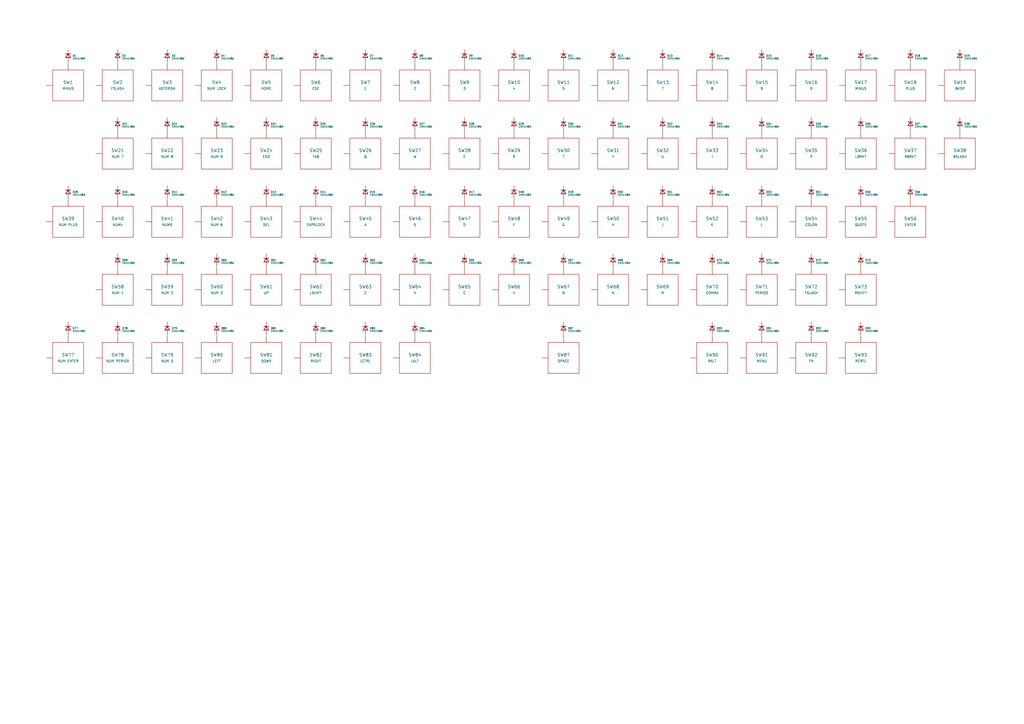
<source format=kicad_sch>
(kicad_sch (version 20200618) (host eeschema "(5.99.0-2119-g1c72042fc)")
  (page 1 1)
  (paper "A3")
  (wire (pts (xy 27.94 25.4) (xy 27.94 26.162)))
  (wire (pts (xy 27.94 81.28) (xy 27.94 82.042)))
  (wire (pts (xy 27.94 137.16) (xy 27.94 137.922)))
  (wire (pts (xy 48.26 25.4) (xy 48.26 26.162)))
  (wire (pts (xy 48.26 53.34) (xy 48.26 54.102)))
  (wire (pts (xy 48.26 81.28) (xy 48.26 82.042)))
  (wire (pts (xy 48.26 109.22) (xy 48.26 109.982)))
  (wire (pts (xy 48.26 137.16) (xy 48.26 137.922)))
  (wire (pts (xy 68.58 25.4) (xy 68.58 26.162)))
  (wire (pts (xy 68.58 53.34) (xy 68.58 54.102)))
  (wire (pts (xy 68.58 81.28) (xy 68.58 82.042)))
  (wire (pts (xy 68.58 109.22) (xy 68.58 109.982)))
  (wire (pts (xy 68.58 137.16) (xy 68.58 137.922)))
  (wire (pts (xy 88.9 25.4) (xy 88.9 26.162)))
  (wire (pts (xy 88.9 53.34) (xy 88.9 54.102)))
  (wire (pts (xy 88.9 81.28) (xy 88.9 82.042)))
  (wire (pts (xy 88.9 109.22) (xy 88.9 109.982)))
  (wire (pts (xy 88.9 137.16) (xy 88.9 137.922)))
  (wire (pts (xy 109.22 25.4) (xy 109.22 26.162)))
  (wire (pts (xy 109.22 53.34) (xy 109.22 54.102)))
  (wire (pts (xy 109.22 81.28) (xy 109.22 82.042)))
  (wire (pts (xy 109.22 109.22) (xy 109.22 109.982)))
  (wire (pts (xy 109.22 137.16) (xy 109.22 137.922)))
  (wire (pts (xy 129.54 25.4) (xy 129.54 26.162)))
  (wire (pts (xy 129.54 53.34) (xy 129.54 54.102)))
  (wire (pts (xy 129.54 81.28) (xy 129.54 82.042)))
  (wire (pts (xy 129.54 109.22) (xy 129.54 109.982)))
  (wire (pts (xy 129.54 137.16) (xy 129.54 137.922)))
  (wire (pts (xy 149.86 25.4) (xy 149.86 26.162)))
  (wire (pts (xy 149.86 53.34) (xy 149.86 54.102)))
  (wire (pts (xy 149.86 81.28) (xy 149.86 82.042)))
  (wire (pts (xy 149.86 109.22) (xy 149.86 109.982)))
  (wire (pts (xy 149.86 137.16) (xy 149.86 137.922)))
  (wire (pts (xy 170.18 25.4) (xy 170.18 26.162)))
  (wire (pts (xy 170.18 53.34) (xy 170.18 54.102)))
  (wire (pts (xy 170.18 81.28) (xy 170.18 82.042)))
  (wire (pts (xy 170.18 109.22) (xy 170.18 109.982)))
  (wire (pts (xy 170.18 137.16) (xy 170.18 137.922)))
  (wire (pts (xy 190.5 25.4) (xy 190.5 26.162)))
  (wire (pts (xy 190.5 53.34) (xy 190.5 54.102)))
  (wire (pts (xy 190.5 81.28) (xy 190.5 82.042)))
  (wire (pts (xy 190.5 109.22) (xy 190.5 109.982)))
  (wire (pts (xy 210.82 25.4) (xy 210.82 26.162)))
  (wire (pts (xy 210.82 53.34) (xy 210.82 54.102)))
  (wire (pts (xy 210.82 81.28) (xy 210.82 82.042)))
  (wire (pts (xy 210.82 109.22) (xy 210.82 109.982)))
  (wire (pts (xy 231.14 25.4) (xy 231.14 26.162)))
  (wire (pts (xy 231.14 53.34) (xy 231.14 54.102)))
  (wire (pts (xy 231.14 81.28) (xy 231.14 82.042)))
  (wire (pts (xy 231.14 109.22) (xy 231.14 109.982)))
  (wire (pts (xy 231.14 137.16) (xy 231.14 137.922)))
  (wire (pts (xy 251.46 25.4) (xy 251.46 26.162)))
  (wire (pts (xy 251.46 53.34) (xy 251.46 54.102)))
  (wire (pts (xy 251.46 81.28) (xy 251.46 82.042)))
  (wire (pts (xy 251.46 109.22) (xy 251.46 109.982)))
  (wire (pts (xy 271.78 25.4) (xy 271.78 26.162)))
  (wire (pts (xy 271.78 53.34) (xy 271.78 54.102)))
  (wire (pts (xy 271.78 81.28) (xy 271.78 82.042)))
  (wire (pts (xy 271.78 109.22) (xy 271.78 109.982)))
  (wire (pts (xy 292.1 25.4) (xy 292.1 26.162)))
  (wire (pts (xy 292.1 53.34) (xy 292.1 54.102)))
  (wire (pts (xy 292.1 81.28) (xy 292.1 82.042)))
  (wire (pts (xy 292.1 109.22) (xy 292.1 109.982)))
  (wire (pts (xy 292.1 137.16) (xy 292.1 137.922)))
  (wire (pts (xy 312.42 25.4) (xy 312.42 26.162)))
  (wire (pts (xy 312.42 53.34) (xy 312.42 54.102)))
  (wire (pts (xy 312.42 81.28) (xy 312.42 82.042)))
  (wire (pts (xy 312.42 109.22) (xy 312.42 109.982)))
  (wire (pts (xy 312.42 137.16) (xy 312.42 137.922)))
  (wire (pts (xy 332.74 25.4) (xy 332.74 26.162)))
  (wire (pts (xy 332.74 53.34) (xy 332.74 54.102)))
  (wire (pts (xy 332.74 81.28) (xy 332.74 82.042)))
  (wire (pts (xy 332.74 109.22) (xy 332.74 109.982)))
  (wire (pts (xy 332.74 137.16) (xy 332.74 137.922)))
  (wire (pts (xy 353.06 25.4) (xy 353.06 26.162)))
  (wire (pts (xy 353.06 53.34) (xy 353.06 54.102)))
  (wire (pts (xy 353.06 81.28) (xy 353.06 82.042)))
  (wire (pts (xy 353.06 109.22) (xy 353.06 109.982)))
  (wire (pts (xy 353.06 137.16) (xy 353.06 137.922)))
  (wire (pts (xy 373.38 25.4) (xy 373.38 26.162)))
  (wire (pts (xy 373.38 53.34) (xy 373.38 54.102)))
  (wire (pts (xy 373.38 81.28) (xy 373.38 82.042)))
  (wire (pts (xy 393.7 25.4) (xy 393.7 26.162)))
  (wire (pts (xy 393.7 53.34) (xy 393.7 54.102)))
  (symbol (lib_id "Device:D_Small") (at 27.94 22.86 270) (unit 1)
    (property "Reference" "D1" (at 29.718 22.86 90) (effects (font (size 0.75 0.75)) (justify left)))
    (property "Value" "1N4148W" (at 29.718 24.009 90) (effects (font (size 0.75 0.75)) (justify left)))
    (property "Footprint" "acheron_Components:D_SOD-123" (effects hide))
    (property "PACKAGE" "SOD-123" (effects hide))
  )
  (symbol (lib_id "Device:D_Small") (at 27.94 78.74 270) (unit 1)
    (property "Reference" "D39" (at 29.718 78.74 90) (effects (font (size 0.75 0.75)) (justify left)))
    (property "Value" "1N4148W" (at 29.718 79.889 90) (effects (font (size 0.75 0.75)) (justify left)))
    (property "Footprint" "acheron_Components:D_SOD-123" (effects hide))
    (property "PACKAGE" "SOD-123" (effects hide))
  )
  (symbol (lib_id "Device:D_Small") (at 27.94 134.62 270) (unit 1)
    (property "Reference" "D77" (at 29.718 134.62 90) (effects (font (size 0.75 0.75)) (justify left)))
    (property "Value" "1N4148W" (at 29.718 135.769 90) (effects (font (size 0.75 0.75)) (justify left)))
    (property "Footprint" "acheron_Components:D_SOD-123" (effects hide))
    (property "PACKAGE" "SOD-123" (effects hide))
  )
  (symbol (lib_id "Device:D_Small") (at 48.26 22.86 270) (unit 1)
    (property "Reference" "D2" (at 50.038 22.86 90) (effects (font (size 0.75 0.75)) (justify left)))
    (property "Value" "1N4148W" (at 50.038 24.009 90) (effects (font (size 0.75 0.75)) (justify left)))
    (property "Footprint" "acheron_Components:D_SOD-123" (effects hide))
    (property "PACKAGE" "SOD-123" (effects hide))
  )
  (symbol (lib_id "Device:D_Small") (at 48.26 50.8 270) (unit 1)
    (property "Reference" "D21" (at 50.038 50.8 90) (effects (font (size 0.75 0.75)) (justify left)))
    (property "Value" "1N4148W" (at 50.038 51.949 90) (effects (font (size 0.75 0.75)) (justify left)))
    (property "Footprint" "acheron_Components:D_SOD-123" (effects hide))
    (property "PACKAGE" "SOD-123" (effects hide))
  )
  (symbol (lib_id "Device:D_Small") (at 48.26 78.74 270) (unit 1)
    (property "Reference" "D40" (at 50.038 78.74 90) (effects (font (size 0.75 0.75)) (justify left)))
    (property "Value" "1N4148W" (at 50.038 79.889 90) (effects (font (size 0.75 0.75)) (justify left)))
    (property "Footprint" "acheron_Components:D_SOD-123" (effects hide))
    (property "PACKAGE" "SOD-123" (effects hide))
  )
  (symbol (lib_id "Device:D_Small") (at 48.26 106.68 270) (unit 1)
    (property "Reference" "D58" (at 50.038 106.68 90) (effects (font (size 0.75 0.75)) (justify left)))
    (property "Value" "1N4148W" (at 50.038 107.829 90) (effects (font (size 0.75 0.75)) (justify left)))
    (property "Footprint" "acheron_Components:D_SOD-123" (effects hide))
    (property "PACKAGE" "SOD-123" (effects hide))
  )
  (symbol (lib_id "Device:D_Small") (at 48.26 134.62 270) (unit 1)
    (property "Reference" "D78" (at 50.038 134.62 90) (effects (font (size 0.75 0.75)) (justify left)))
    (property "Value" "1N4148W" (at 50.038 135.769 90) (effects (font (size 0.75 0.75)) (justify left)))
    (property "Footprint" "acheron_Components:D_SOD-123" (effects hide))
    (property "PACKAGE" "SOD-123" (effects hide))
  )
  (symbol (lib_id "Device:D_Small") (at 68.58 22.86 270) (unit 1)
    (property "Reference" "D3" (at 70.358 22.86 90) (effects (font (size 0.75 0.75)) (justify left)))
    (property "Value" "1N4148W" (at 70.358 24.009 90) (effects (font (size 0.75 0.75)) (justify left)))
    (property "Footprint" "acheron_Components:D_SOD-123" (effects hide))
    (property "PACKAGE" "SOD-123" (effects hide))
  )
  (symbol (lib_id "Device:D_Small") (at 68.58 50.8 270) (unit 1)
    (property "Reference" "D22" (at 70.358 50.8 90) (effects (font (size 0.75 0.75)) (justify left)))
    (property "Value" "1N4148W" (at 70.358 51.949 90) (effects (font (size 0.75 0.75)) (justify left)))
    (property "Footprint" "acheron_Components:D_SOD-123" (effects hide))
    (property "PACKAGE" "SOD-123" (effects hide))
  )
  (symbol (lib_id "Device:D_Small") (at 68.58 78.74 270) (unit 1)
    (property "Reference" "D41" (at 70.358 78.74 90) (effects (font (size 0.75 0.75)) (justify left)))
    (property "Value" "1N4148W" (at 70.358 79.889 90) (effects (font (size 0.75 0.75)) (justify left)))
    (property "Footprint" "acheron_Components:D_SOD-123" (effects hide))
    (property "PACKAGE" "SOD-123" (effects hide))
  )
  (symbol (lib_id "Device:D_Small") (at 68.58 106.68 270) (unit 1)
    (property "Reference" "D59" (at 70.358 106.68 90) (effects (font (size 0.75 0.75)) (justify left)))
    (property "Value" "1N4148W" (at 70.358 107.829 90) (effects (font (size 0.75 0.75)) (justify left)))
    (property "Footprint" "acheron_Components:D_SOD-123" (effects hide))
    (property "PACKAGE" "SOD-123" (effects hide))
  )
  (symbol (lib_id "Device:D_Small") (at 68.58 134.62 270) (unit 1)
    (property "Reference" "D79" (at 70.358 134.62 90) (effects (font (size 0.75 0.75)) (justify left)))
    (property "Value" "1N4148W" (at 70.358 135.769 90) (effects (font (size 0.75 0.75)) (justify left)))
    (property "Footprint" "acheron_Components:D_SOD-123" (effects hide))
    (property "PACKAGE" "SOD-123" (effects hide))
  )
  (symbol (lib_id "Device:D_Small") (at 88.9 22.86 270) (unit 1)
    (property "Reference" "D4" (at 90.678 22.86 90) (effects (font (size 0.75 0.75)) (justify left)))
    (property "Value" "1N4148W" (at 90.678 24.009 90) (effects (font (size 0.75 0.75)) (justify left)))
    (property "Footprint" "acheron_Components:D_SOD-123" (effects hide))
    (property "PACKAGE" "SOD-123" (effects hide))
  )
  (symbol (lib_id "Device:D_Small") (at 88.9 50.8 270) (unit 1)
    (property "Reference" "D23" (at 90.678 50.8 90) (effects (font (size 0.75 0.75)) (justify left)))
    (property "Value" "1N4148W" (at 90.678 51.949 90) (effects (font (size 0.75 0.75)) (justify left)))
    (property "Footprint" "acheron_Components:D_SOD-123" (effects hide))
    (property "PACKAGE" "SOD-123" (effects hide))
  )
  (symbol (lib_id "Device:D_Small") (at 88.9 78.74 270) (unit 1)
    (property "Reference" "D42" (at 90.678 78.74 90) (effects (font (size 0.75 0.75)) (justify left)))
    (property "Value" "1N4148W" (at 90.678 79.889 90) (effects (font (size 0.75 0.75)) (justify left)))
    (property "Footprint" "acheron_Components:D_SOD-123" (effects hide))
    (property "PACKAGE" "SOD-123" (effects hide))
  )
  (symbol (lib_id "Device:D_Small") (at 88.9 106.68 270) (unit 1)
    (property "Reference" "D60" (at 90.678 106.68 90) (effects (font (size 0.75 0.75)) (justify left)))
    (property "Value" "1N4148W" (at 90.678 107.829 90) (effects (font (size 0.75 0.75)) (justify left)))
    (property "Footprint" "acheron_Components:D_SOD-123" (effects hide))
    (property "PACKAGE" "SOD-123" (effects hide))
  )
  (symbol (lib_id "Device:D_Small") (at 88.9 134.62 270) (unit 1)
    (property "Reference" "D80" (at 90.678 134.62 90) (effects (font (size 0.75 0.75)) (justify left)))
    (property "Value" "1N4148W" (at 90.678 135.769 90) (effects (font (size 0.75 0.75)) (justify left)))
    (property "Footprint" "acheron_Components:D_SOD-123" (effects hide))
    (property "PACKAGE" "SOD-123" (effects hide))
  )
  (symbol (lib_id "Device:D_Small") (at 109.22 22.86 270) (unit 1)
    (property "Reference" "D5" (at 110.998 22.86 90) (effects (font (size 0.75 0.75)) (justify left)))
    (property "Value" "1N4148W" (at 110.998 24.009 90) (effects (font (size 0.75 0.75)) (justify left)))
    (property "Footprint" "acheron_Components:D_SOD-123" (effects hide))
    (property "PACKAGE" "SOD-123" (effects hide))
  )
  (symbol (lib_id "Device:D_Small") (at 109.22 50.8 270) (unit 1)
    (property "Reference" "D24" (at 110.998 50.8 90) (effects (font (size 0.75 0.75)) (justify left)))
    (property "Value" "1N4148W" (at 110.998 51.949 90) (effects (font (size 0.75 0.75)) (justify left)))
    (property "Footprint" "acheron_Components:D_SOD-123" (effects hide))
    (property "PACKAGE" "SOD-123" (effects hide))
  )
  (symbol (lib_id "Device:D_Small") (at 109.22 78.74 270) (unit 1)
    (property "Reference" "D43" (at 110.998 78.74 90) (effects (font (size 0.75 0.75)) (justify left)))
    (property "Value" "1N4148W" (at 110.998 79.889 90) (effects (font (size 0.75 0.75)) (justify left)))
    (property "Footprint" "acheron_Components:D_SOD-123" (effects hide))
    (property "PACKAGE" "SOD-123" (effects hide))
  )
  (symbol (lib_id "Device:D_Small") (at 109.22 106.68 270) (unit 1)
    (property "Reference" "D61" (at 110.998 106.68 90) (effects (font (size 0.75 0.75)) (justify left)))
    (property "Value" "1N4148W" (at 110.998 107.829 90) (effects (font (size 0.75 0.75)) (justify left)))
    (property "Footprint" "acheron_Components:D_SOD-123" (effects hide))
    (property "PACKAGE" "SOD-123" (effects hide))
  )
  (symbol (lib_id "Device:D_Small") (at 109.22 134.62 270) (unit 1)
    (property "Reference" "D81" (at 110.998 134.62 90) (effects (font (size 0.75 0.75)) (justify left)))
    (property "Value" "1N4148W" (at 110.998 135.769 90) (effects (font (size 0.75 0.75)) (justify left)))
    (property "Footprint" "acheron_Components:D_SOD-123" (effects hide))
    (property "PACKAGE" "SOD-123" (effects hide))
  )
  (symbol (lib_id "Device:D_Small") (at 129.54 22.86 270) (unit 1)
    (property "Reference" "D6" (at 131.318 22.86 90) (effects (font (size 0.75 0.75)) (justify left)))
    (property "Value" "1N4148W" (at 131.318 24.009 90) (effects (font (size 0.75 0.75)) (justify left)))
    (property "Footprint" "acheron_Components:D_SOD-123" (effects hide))
    (property "PACKAGE" "SOD-123" (effects hide))
  )
  (symbol (lib_id "Device:D_Small") (at 129.54 50.8 270) (unit 1)
    (property "Reference" "D25" (at 131.318 50.8 90) (effects (font (size 0.75 0.75)) (justify left)))
    (property "Value" "1N4148W" (at 131.318 51.949 90) (effects (font (size 0.75 0.75)) (justify left)))
    (property "Footprint" "acheron_Components:D_SOD-123" (effects hide))
    (property "PACKAGE" "SOD-123" (effects hide))
  )
  (symbol (lib_id "Device:D_Small") (at 129.54 78.74 270) (unit 1)
    (property "Reference" "D44" (at 131.318 78.74 90) (effects (font (size 0.75 0.75)) (justify left)))
    (property "Value" "1N4148W" (at 131.318 79.889 90) (effects (font (size 0.75 0.75)) (justify left)))
    (property "Footprint" "acheron_Components:D_SOD-123" (effects hide))
    (property "PACKAGE" "SOD-123" (effects hide))
  )
  (symbol (lib_id "Device:D_Small") (at 129.54 106.68 270) (unit 1)
    (property "Reference" "D62" (at 131.318 106.68 90) (effects (font (size 0.75 0.75)) (justify left)))
    (property "Value" "1N4148W" (at 131.318 107.829 90) (effects (font (size 0.75 0.75)) (justify left)))
    (property "Footprint" "acheron_Components:D_SOD-123" (effects hide))
    (property "PACKAGE" "SOD-123" (effects hide))
  )
  (symbol (lib_id "Device:D_Small") (at 129.54 134.62 270) (unit 1)
    (property "Reference" "D82" (at 131.318 134.62 90) (effects (font (size 0.75 0.75)) (justify left)))
    (property "Value" "1N4148W" (at 131.318 135.769 90) (effects (font (size 0.75 0.75)) (justify left)))
    (property "Footprint" "acheron_Components:D_SOD-123" (effects hide))
    (property "PACKAGE" "SOD-123" (effects hide))
  )
  (symbol (lib_id "Device:D_Small") (at 149.86 22.86 270) (unit 1)
    (property "Reference" "D7" (at 151.638 22.86 90) (effects (font (size 0.75 0.75)) (justify left)))
    (property "Value" "1N4148W" (at 151.638 24.009 90) (effects (font (size 0.75 0.75)) (justify left)))
    (property "Footprint" "acheron_Components:D_SOD-123" (effects hide))
    (property "PACKAGE" "SOD-123" (effects hide))
  )
  (symbol (lib_id "Device:D_Small") (at 149.86 50.8 270) (unit 1)
    (property "Reference" "D26" (at 151.638 50.8 90) (effects (font (size 0.75 0.75)) (justify left)))
    (property "Value" "1N4148W" (at 151.638 51.949 90) (effects (font (size 0.75 0.75)) (justify left)))
    (property "Footprint" "acheron_Components:D_SOD-123" (effects hide))
    (property "PACKAGE" "SOD-123" (effects hide))
  )
  (symbol (lib_id "Device:D_Small") (at 149.86 78.74 270) (unit 1)
    (property "Reference" "D45" (at 151.638 78.74 90) (effects (font (size 0.75 0.75)) (justify left)))
    (property "Value" "1N4148W" (at 151.638 79.889 90) (effects (font (size 0.75 0.75)) (justify left)))
    (property "Footprint" "acheron_Components:D_SOD-123" (effects hide))
    (property "PACKAGE" "SOD-123" (effects hide))
  )
  (symbol (lib_id "Device:D_Small") (at 149.86 106.68 270) (unit 1)
    (property "Reference" "D63" (at 151.638 106.68 90) (effects (font (size 0.75 0.75)) (justify left)))
    (property "Value" "1N4148W" (at 151.638 107.829 90) (effects (font (size 0.75 0.75)) (justify left)))
    (property "Footprint" "acheron_Components:D_SOD-123" (effects hide))
    (property "PACKAGE" "SOD-123" (effects hide))
  )
  (symbol (lib_id "Device:D_Small") (at 149.86 134.62 270) (unit 1)
    (property "Reference" "D83" (at 151.638 134.62 90) (effects (font (size 0.75 0.75)) (justify left)))
    (property "Value" "1N4148W" (at 151.638 135.769 90) (effects (font (size 0.75 0.75)) (justify left)))
    (property "Footprint" "acheron_Components:D_SOD-123" (effects hide))
    (property "PACKAGE" "SOD-123" (effects hide))
  )
  (symbol (lib_id "Device:D_Small") (at 170.18 22.86 270) (unit 1)
    (property "Reference" "D8" (at 171.958 22.86 90) (effects (font (size 0.75 0.75)) (justify left)))
    (property "Value" "1N4148W" (at 171.958 24.009 90) (effects (font (size 0.75 0.75)) (justify left)))
    (property "Footprint" "acheron_Components:D_SOD-123" (effects hide))
    (property "PACKAGE" "SOD-123" (effects hide))
  )
  (symbol (lib_id "Device:D_Small") (at 170.18 50.8 270) (unit 1)
    (property "Reference" "D27" (at 171.958 50.8 90) (effects (font (size 0.75 0.75)) (justify left)))
    (property "Value" "1N4148W" (at 171.958 51.949 90) (effects (font (size 0.75 0.75)) (justify left)))
    (property "Footprint" "acheron_Components:D_SOD-123" (effects hide))
    (property "PACKAGE" "SOD-123" (effects hide))
  )
  (symbol (lib_id "Device:D_Small") (at 170.18 78.74 270) (unit 1)
    (property "Reference" "D46" (at 171.958 78.74 90) (effects (font (size 0.75 0.75)) (justify left)))
    (property "Value" "1N4148W" (at 171.958 79.889 90) (effects (font (size 0.75 0.75)) (justify left)))
    (property "Footprint" "acheron_Components:D_SOD-123" (effects hide))
    (property "PACKAGE" "SOD-123" (effects hide))
  )
  (symbol (lib_id "Device:D_Small") (at 170.18 106.68 270) (unit 1)
    (property "Reference" "D64" (at 171.958 106.68 90) (effects (font (size 0.75 0.75)) (justify left)))
    (property "Value" "1N4148W" (at 171.958 107.829 90) (effects (font (size 0.75 0.75)) (justify left)))
    (property "Footprint" "acheron_Components:D_SOD-123" (effects hide))
    (property "PACKAGE" "SOD-123" (effects hide))
  )
  (symbol (lib_id "Device:D_Small") (at 170.18 134.62 270) (unit 1)
    (property "Reference" "D84" (at 171.958 134.62 90) (effects (font (size 0.75 0.75)) (justify left)))
    (property "Value" "1N4148W" (at 171.958 135.769 90) (effects (font (size 0.75 0.75)) (justify left)))
    (property "Footprint" "acheron_Components:D_SOD-123" (effects hide))
    (property "PACKAGE" "SOD-123" (effects hide))
  )
  (symbol (lib_id "Device:D_Small") (at 190.5 22.86 270) (unit 1)
    (property "Reference" "D9" (at 192.278 22.86 90) (effects (font (size 0.75 0.75)) (justify left)))
    (property "Value" "1N4148W" (at 192.278 24.009 90) (effects (font (size 0.75 0.75)) (justify left)))
    (property "Footprint" "acheron_Components:D_SOD-123" (effects hide))
    (property "PACKAGE" "SOD-123" (effects hide))
  )
  (symbol (lib_id "Device:D_Small") (at 190.5 50.8 270) (unit 1)
    (property "Reference" "D28" (at 192.278 50.8 90) (effects (font (size 0.75 0.75)) (justify left)))
    (property "Value" "1N4148W" (at 192.278 51.949 90) (effects (font (size 0.75 0.75)) (justify left)))
    (property "Footprint" "acheron_Components:D_SOD-123" (effects hide))
    (property "PACKAGE" "SOD-123" (effects hide))
  )
  (symbol (lib_id "Device:D_Small") (at 190.5 78.74 270) (unit 1)
    (property "Reference" "D47" (at 192.278 78.74 90) (effects (font (size 0.75 0.75)) (justify left)))
    (property "Value" "1N4148W" (at 192.278 79.889 90) (effects (font (size 0.75 0.75)) (justify left)))
    (property "Footprint" "acheron_Components:D_SOD-123" (effects hide))
    (property "PACKAGE" "SOD-123" (effects hide))
  )
  (symbol (lib_id "Device:D_Small") (at 190.5 106.68 270) (unit 1)
    (property "Reference" "D65" (at 192.278 106.68 90) (effects (font (size 0.75 0.75)) (justify left)))
    (property "Value" "1N4148W" (at 192.278 107.829 90) (effects (font (size 0.75 0.75)) (justify left)))
    (property "Footprint" "acheron_Components:D_SOD-123" (effects hide))
    (property "PACKAGE" "SOD-123" (effects hide))
  )
  (symbol (lib_id "Device:D_Small") (at 210.82 22.86 270) (unit 1)
    (property "Reference" "D10" (at 212.598 22.86 90) (effects (font (size 0.75 0.75)) (justify left)))
    (property "Value" "1N4148W" (at 212.598 24.009 90) (effects (font (size 0.75 0.75)) (justify left)))
    (property "Footprint" "acheron_Components:D_SOD-123" (effects hide))
    (property "PACKAGE" "SOD-123" (effects hide))
  )
  (symbol (lib_id "Device:D_Small") (at 210.82 50.8 270) (unit 1)
    (property "Reference" "D29" (at 212.598 50.8 90) (effects (font (size 0.75 0.75)) (justify left)))
    (property "Value" "1N4148W" (at 212.598 51.949 90) (effects (font (size 0.75 0.75)) (justify left)))
    (property "Footprint" "acheron_Components:D_SOD-123" (effects hide))
    (property "PACKAGE" "SOD-123" (effects hide))
  )
  (symbol (lib_id "Device:D_Small") (at 210.82 78.74 270) (unit 1)
    (property "Reference" "D48" (at 212.598 78.74 90) (effects (font (size 0.75 0.75)) (justify left)))
    (property "Value" "1N4148W" (at 212.598 79.889 90) (effects (font (size 0.75 0.75)) (justify left)))
    (property "Footprint" "acheron_Components:D_SOD-123" (effects hide))
    (property "PACKAGE" "SOD-123" (effects hide))
  )
  (symbol (lib_id "Device:D_Small") (at 210.82 106.68 270) (unit 1)
    (property "Reference" "D66" (at 212.598 106.68 90) (effects (font (size 0.75 0.75)) (justify left)))
    (property "Value" "1N4148W" (at 212.598 107.829 90) (effects (font (size 0.75 0.75)) (justify left)))
    (property "Footprint" "acheron_Components:D_SOD-123" (effects hide))
    (property "PACKAGE" "SOD-123" (effects hide))
  )
  (symbol (lib_id "Device:D_Small") (at 231.14 22.86 270) (unit 1)
    (property "Reference" "D11" (at 232.918 22.86 90) (effects (font (size 0.75 0.75)) (justify left)))
    (property "Value" "1N4148W" (at 232.918 24.009 90) (effects (font (size 0.75 0.75)) (justify left)))
    (property "Footprint" "acheron_Components:D_SOD-123" (effects hide))
    (property "PACKAGE" "SOD-123" (effects hide))
  )
  (symbol (lib_id "Device:D_Small") (at 231.14 50.8 270) (unit 1)
    (property "Reference" "D30" (at 232.918 50.8 90) (effects (font (size 0.75 0.75)) (justify left)))
    (property "Value" "1N4148W" (at 232.918 51.949 90) (effects (font (size 0.75 0.75)) (justify left)))
    (property "Footprint" "acheron_Components:D_SOD-123" (effects hide))
    (property "PACKAGE" "SOD-123" (effects hide))
  )
  (symbol (lib_id "Device:D_Small") (at 231.14 78.74 270) (unit 1)
    (property "Reference" "D49" (at 232.918 78.74 90) (effects (font (size 0.75 0.75)) (justify left)))
    (property "Value" "1N4148W" (at 232.918 79.889 90) (effects (font (size 0.75 0.75)) (justify left)))
    (property "Footprint" "acheron_Components:D_SOD-123" (effects hide))
    (property "PACKAGE" "SOD-123" (effects hide))
  )
  (symbol (lib_id "Device:D_Small") (at 231.14 106.68 270) (unit 1)
    (property "Reference" "D67" (at 232.918 106.68 90) (effects (font (size 0.75 0.75)) (justify left)))
    (property "Value" "1N4148W" (at 232.918 107.829 90) (effects (font (size 0.75 0.75)) (justify left)))
    (property "Footprint" "acheron_Components:D_SOD-123" (effects hide))
    (property "PACKAGE" "SOD-123" (effects hide))
  )
  (symbol (lib_id "Device:D_Small") (at 231.14 134.62 270) (unit 1)
    (property "Reference" "D87" (at 232.918 134.62 90) (effects (font (size 0.75 0.75)) (justify left)))
    (property "Value" "1N4148W" (at 232.918 135.769 90) (effects (font (size 0.75 0.75)) (justify left)))
    (property "Footprint" "acheron_Components:D_SOD-123" (effects hide))
    (property "PACKAGE" "SOD-123" (effects hide))
  )
  (symbol (lib_id "Device:D_Small") (at 251.46 22.86 270) (unit 1)
    (property "Reference" "D12" (at 253.238 22.86 90) (effects (font (size 0.75 0.75)) (justify left)))
    (property "Value" "1N4148W" (at 253.238 24.009 90) (effects (font (size 0.75 0.75)) (justify left)))
    (property "Footprint" "acheron_Components:D_SOD-123" (effects hide))
    (property "PACKAGE" "SOD-123" (effects hide))
  )
  (symbol (lib_id "Device:D_Small") (at 251.46 50.8 270) (unit 1)
    (property "Reference" "D31" (at 253.238 50.8 90) (effects (font (size 0.75 0.75)) (justify left)))
    (property "Value" "1N4148W" (at 253.238 51.949 90) (effects (font (size 0.75 0.75)) (justify left)))
    (property "Footprint" "acheron_Components:D_SOD-123" (effects hide))
    (property "PACKAGE" "SOD-123" (effects hide))
  )
  (symbol (lib_id "Device:D_Small") (at 251.46 78.74 270) (unit 1)
    (property "Reference" "D50" (at 253.238 78.74 90) (effects (font (size 0.75 0.75)) (justify left)))
    (property "Value" "1N4148W" (at 253.238 79.889 90) (effects (font (size 0.75 0.75)) (justify left)))
    (property "Footprint" "acheron_Components:D_SOD-123" (effects hide))
    (property "PACKAGE" "SOD-123" (effects hide))
  )
  (symbol (lib_id "Device:D_Small") (at 251.46 106.68 270) (unit 1)
    (property "Reference" "D68" (at 253.238 106.68 90) (effects (font (size 0.75 0.75)) (justify left)))
    (property "Value" "1N4148W" (at 253.238 107.829 90) (effects (font (size 0.75 0.75)) (justify left)))
    (property "Footprint" "acheron_Components:D_SOD-123" (effects hide))
    (property "PACKAGE" "SOD-123" (effects hide))
  )
  (symbol (lib_id "Device:D_Small") (at 271.78 22.86 270) (unit 1)
    (property "Reference" "D13" (at 273.558 22.86 90) (effects (font (size 0.75 0.75)) (justify left)))
    (property "Value" "1N4148W" (at 273.558 24.009 90) (effects (font (size 0.75 0.75)) (justify left)))
    (property "Footprint" "acheron_Components:D_SOD-123" (effects hide))
    (property "PACKAGE" "SOD-123" (effects hide))
  )
  (symbol (lib_id "Device:D_Small") (at 271.78 50.8 270) (unit 1)
    (property "Reference" "D32" (at 273.558 50.8 90) (effects (font (size 0.75 0.75)) (justify left)))
    (property "Value" "1N4148W" (at 273.558 51.949 90) (effects (font (size 0.75 0.75)) (justify left)))
    (property "Footprint" "acheron_Components:D_SOD-123" (effects hide))
    (property "PACKAGE" "SOD-123" (effects hide))
  )
  (symbol (lib_id "Device:D_Small") (at 271.78 78.74 270) (unit 1)
    (property "Reference" "D51" (at 273.558 78.74 90) (effects (font (size 0.75 0.75)) (justify left)))
    (property "Value" "1N4148W" (at 273.558 79.889 90) (effects (font (size 0.75 0.75)) (justify left)))
    (property "Footprint" "acheron_Components:D_SOD-123" (effects hide))
    (property "PACKAGE" "SOD-123" (effects hide))
  )
  (symbol (lib_id "Device:D_Small") (at 271.78 106.68 270) (unit 1)
    (property "Reference" "D69" (at 273.558 106.68 90) (effects (font (size 0.75 0.75)) (justify left)))
    (property "Value" "1N4148W" (at 273.558 107.829 90) (effects (font (size 0.75 0.75)) (justify left)))
    (property "Footprint" "acheron_Components:D_SOD-123" (effects hide))
    (property "PACKAGE" "SOD-123" (effects hide))
  )
  (symbol (lib_id "Device:D_Small") (at 292.1 22.86 270) (unit 1)
    (property "Reference" "D14" (at 293.878 22.86 90) (effects (font (size 0.75 0.75)) (justify left)))
    (property "Value" "1N4148W" (at 293.878 24.009 90) (effects (font (size 0.75 0.75)) (justify left)))
    (property "Footprint" "acheron_Components:D_SOD-123" (effects hide))
    (property "PACKAGE" "SOD-123" (effects hide))
  )
  (symbol (lib_id "Device:D_Small") (at 292.1 50.8 270) (unit 1)
    (property "Reference" "D33" (at 293.878 50.8 90) (effects (font (size 0.75 0.75)) (justify left)))
    (property "Value" "1N4148W" (at 293.878 51.949 90) (effects (font (size 0.75 0.75)) (justify left)))
    (property "Footprint" "acheron_Components:D_SOD-123" (effects hide))
    (property "PACKAGE" "SOD-123" (effects hide))
  )
  (symbol (lib_id "Device:D_Small") (at 292.1 78.74 270) (unit 1)
    (property "Reference" "D52" (at 293.878 78.74 90) (effects (font (size 0.75 0.75)) (justify left)))
    (property "Value" "1N4148W" (at 293.878 79.889 90) (effects (font (size 0.75 0.75)) (justify left)))
    (property "Footprint" "acheron_Components:D_SOD-123" (effects hide))
    (property "PACKAGE" "SOD-123" (effects hide))
  )
  (symbol (lib_id "Device:D_Small") (at 292.1 106.68 270) (unit 1)
    (property "Reference" "D70" (at 293.878 106.68 90) (effects (font (size 0.75 0.75)) (justify left)))
    (property "Value" "1N4148W" (at 293.878 107.829 90) (effects (font (size 0.75 0.75)) (justify left)))
    (property "Footprint" "acheron_Components:D_SOD-123" (effects hide))
    (property "PACKAGE" "SOD-123" (effects hide))
  )
  (symbol (lib_id "Device:D_Small") (at 292.1 134.62 270) (unit 1)
    (property "Reference" "D90" (at 293.878 134.62 90) (effects (font (size 0.75 0.75)) (justify left)))
    (property "Value" "1N4148W" (at 293.878 135.769 90) (effects (font (size 0.75 0.75)) (justify left)))
    (property "Footprint" "acheron_Components:D_SOD-123" (effects hide))
    (property "PACKAGE" "SOD-123" (effects hide))
  )
  (symbol (lib_id "Device:D_Small") (at 312.42 22.86 270) (unit 1)
    (property "Reference" "D15" (at 314.198 22.86 90) (effects (font (size 0.75 0.75)) (justify left)))
    (property "Value" "1N4148W" (at 314.198 24.009 90) (effects (font (size 0.75 0.75)) (justify left)))
    (property "Footprint" "acheron_Components:D_SOD-123" (effects hide))
    (property "PACKAGE" "SOD-123" (effects hide))
  )
  (symbol (lib_id "Device:D_Small") (at 312.42 50.8 270) (unit 1)
    (property "Reference" "D34" (at 314.198 50.8 90) (effects (font (size 0.75 0.75)) (justify left)))
    (property "Value" "1N4148W" (at 314.198 51.949 90) (effects (font (size 0.75 0.75)) (justify left)))
    (property "Footprint" "acheron_Components:D_SOD-123" (effects hide))
    (property "PACKAGE" "SOD-123" (effects hide))
  )
  (symbol (lib_id "Device:D_Small") (at 312.42 78.74 270) (unit 1)
    (property "Reference" "D53" (at 314.198 78.74 90) (effects (font (size 0.75 0.75)) (justify left)))
    (property "Value" "1N4148W" (at 314.198 79.889 90) (effects (font (size 0.75 0.75)) (justify left)))
    (property "Footprint" "acheron_Components:D_SOD-123" (effects hide))
    (property "PACKAGE" "SOD-123" (effects hide))
  )
  (symbol (lib_id "Device:D_Small") (at 312.42 106.68 270) (unit 1)
    (property "Reference" "D71" (at 314.198 106.68 90) (effects (font (size 0.75 0.75)) (justify left)))
    (property "Value" "1N4148W" (at 314.198 107.829 90) (effects (font (size 0.75 0.75)) (justify left)))
    (property "Footprint" "acheron_Components:D_SOD-123" (effects hide))
    (property "PACKAGE" "SOD-123" (effects hide))
  )
  (symbol (lib_id "Device:D_Small") (at 312.42 134.62 270) (unit 1)
    (property "Reference" "D91" (at 314.198 134.62 90) (effects (font (size 0.75 0.75)) (justify left)))
    (property "Value" "1N4148W" (at 314.198 135.769 90) (effects (font (size 0.75 0.75)) (justify left)))
    (property "Footprint" "acheron_Components:D_SOD-123" (effects hide))
    (property "PACKAGE" "SOD-123" (effects hide))
  )
  (symbol (lib_id "Device:D_Small") (at 332.74 22.86 270) (unit 1)
    (property "Reference" "D16" (at 334.518 22.86 90) (effects (font (size 0.75 0.75)) (justify left)))
    (property "Value" "1N4148W" (at 334.518 24.009 90) (effects (font (size 0.75 0.75)) (justify left)))
    (property "Footprint" "acheron_Components:D_SOD-123" (effects hide))
    (property "PACKAGE" "SOD-123" (effects hide))
  )
  (symbol (lib_id "Device:D_Small") (at 332.74 50.8 270) (unit 1)
    (property "Reference" "D35" (at 334.518 50.8 90) (effects (font (size 0.75 0.75)) (justify left)))
    (property "Value" "1N4148W" (at 334.518 51.949 90) (effects (font (size 0.75 0.75)) (justify left)))
    (property "Footprint" "acheron_Components:D_SOD-123" (effects hide))
    (property "PACKAGE" "SOD-123" (effects hide))
  )
  (symbol (lib_id "Device:D_Small") (at 332.74 78.74 270) (unit 1)
    (property "Reference" "D54" (at 334.518 78.74 90) (effects (font (size 0.75 0.75)) (justify left)))
    (property "Value" "1N4148W" (at 334.518 79.889 90) (effects (font (size 0.75 0.75)) (justify left)))
    (property "Footprint" "acheron_Components:D_SOD-123" (effects hide))
    (property "PACKAGE" "SOD-123" (effects hide))
  )
  (symbol (lib_id "Device:D_Small") (at 332.74 106.68 270) (unit 1)
    (property "Reference" "D72" (at 334.518 106.68 90) (effects (font (size 0.75 0.75)) (justify left)))
    (property "Value" "1N4148W" (at 334.518 107.829 90) (effects (font (size 0.75 0.75)) (justify left)))
    (property "Footprint" "acheron_Components:D_SOD-123" (effects hide))
    (property "PACKAGE" "SOD-123" (effects hide))
  )
  (symbol (lib_id "Device:D_Small") (at 332.74 134.62 270) (unit 1)
    (property "Reference" "D92" (at 334.518 134.62 90) (effects (font (size 0.75 0.75)) (justify left)))
    (property "Value" "1N4148W" (at 334.518 135.769 90) (effects (font (size 0.75 0.75)) (justify left)))
    (property "Footprint" "acheron_Components:D_SOD-123" (effects hide))
    (property "PACKAGE" "SOD-123" (effects hide))
  )
  (symbol (lib_id "Device:D_Small") (at 353.06 22.86 270) (unit 1)
    (property "Reference" "D17" (at 354.838 22.86 90) (effects (font (size 0.75 0.75)) (justify left)))
    (property "Value" "1N4148W" (at 354.838 24.009 90) (effects (font (size 0.75 0.75)) (justify left)))
    (property "Footprint" "acheron_Components:D_SOD-123" (effects hide))
    (property "PACKAGE" "SOD-123" (effects hide))
  )
  (symbol (lib_id "Device:D_Small") (at 353.06 50.8 270) (unit 1)
    (property "Reference" "D36" (at 354.838 50.8 90) (effects (font (size 0.75 0.75)) (justify left)))
    (property "Value" "1N4148W" (at 354.838 51.949 90) (effects (font (size 0.75 0.75)) (justify left)))
    (property "Footprint" "acheron_Components:D_SOD-123" (effects hide))
    (property "PACKAGE" "SOD-123" (effects hide))
  )
  (symbol (lib_id "Device:D_Small") (at 353.06 78.74 270) (unit 1)
    (property "Reference" "D55" (at 354.838 78.74 90) (effects (font (size 0.75 0.75)) (justify left)))
    (property "Value" "1N4148W" (at 354.838 79.889 90) (effects (font (size 0.75 0.75)) (justify left)))
    (property "Footprint" "acheron_Components:D_SOD-123" (effects hide))
    (property "PACKAGE" "SOD-123" (effects hide))
  )
  (symbol (lib_id "Device:D_Small") (at 353.06 106.68 270) (unit 1)
    (property "Reference" "D73" (at 354.838 106.68 90) (effects (font (size 0.75 0.75)) (justify left)))
    (property "Value" "1N4148W" (at 354.838 107.829 90) (effects (font (size 0.75 0.75)) (justify left)))
    (property "Footprint" "acheron_Components:D_SOD-123" (effects hide))
    (property "PACKAGE" "SOD-123" (effects hide))
  )
  (symbol (lib_id "Device:D_Small") (at 353.06 134.62 270) (unit 1)
    (property "Reference" "D93" (at 354.838 134.62 90) (effects (font (size 0.75 0.75)) (justify left)))
    (property "Value" "1N4148W" (at 354.838 135.769 90) (effects (font (size 0.75 0.75)) (justify left)))
    (property "Footprint" "acheron_Components:D_SOD-123" (effects hide))
    (property "PACKAGE" "SOD-123" (effects hide))
  )
  (symbol (lib_id "Device:D_Small") (at 373.38 22.86 270) (unit 1)
    (property "Reference" "D18" (at 375.158 22.86 90) (effects (font (size 0.75 0.75)) (justify left)))
    (property "Value" "1N4148W" (at 375.158 24.009 90) (effects (font (size 0.75 0.75)) (justify left)))
    (property "Footprint" "acheron_Components:D_SOD-123" (effects hide))
    (property "PACKAGE" "SOD-123" (effects hide))
  )
  (symbol (lib_id "Device:D_Small") (at 373.38 50.8 270) (unit 1)
    (property "Reference" "D37" (at 375.158 50.8 90) (effects (font (size 0.75 0.75)) (justify left)))
    (property "Value" "1N4148W" (at 375.158 51.949 90) (effects (font (size 0.75 0.75)) (justify left)))
    (property "Footprint" "acheron_Components:D_SOD-123" (effects hide))
    (property "PACKAGE" "SOD-123" (effects hide))
  )
  (symbol (lib_id "Device:D_Small") (at 373.38 78.74 270) (unit 1)
    (property "Reference" "D56" (at 375.158 78.74 90) (effects (font (size 0.75 0.75)) (justify left)))
    (property "Value" "1N4148W" (at 375.158 79.889 90) (effects (font (size 0.75 0.75)) (justify left)))
    (property "Footprint" "acheron_Components:D_SOD-123" (effects hide))
    (property "PACKAGE" "SOD-123" (effects hide))
  )
  (symbol (lib_id "Device:D_Small") (at 393.7 22.86 270) (unit 1)
    (property "Reference" "D19" (at 395.478 22.86 90) (effects (font (size 0.75 0.75)) (justify left)))
    (property "Value" "1N4148W" (at 395.478 24.009 90) (effects (font (size 0.75 0.75)) (justify left)))
    (property "Footprint" "acheron_Components:D_SOD-123" (effects hide))
    (property "PACKAGE" "SOD-123" (effects hide))
  )
  (symbol (lib_id "Device:D_Small") (at 393.7 50.8 270) (unit 1)
    (property "Reference" "D38" (at 395.478 50.8 90) (effects (font (size 0.75 0.75)) (justify left)))
    (property "Value" "1N4148W" (at 395.478 51.949 90) (effects (font (size 0.75 0.75)) (justify left)))
    (property "Footprint" "acheron_Components:D_SOD-123" (effects hide))
    (property "PACKAGE" "SOD-123" (effects hide))
  )
  (symbol (lib_id "acheronSymbols:MXSwitch") (at 27.94 35.052 0) (unit 1)
    (property "Reference" "SW1" (at 27.94 33.782 0))
    (property "Value" "MINUS" (at 27.94 36.322 0) (effects (font (size 0.991 0.991))))
    (property "Footprint" "acheron_MX:MX100" (effects hide))
  )
  (symbol (lib_id "acheronSymbols:MXSwitch") (at 27.94 90.932 0) (unit 1)
    (property "Reference" "SW39" (at 27.94 89.662 0))
    (property "Value" "NUM PLUS" (at 27.94 92.202 0) (effects (font (size 0.991 0.991))))
    (property "Footprint" "acheron_MX:MX100" (effects hide))
  )
  (symbol (lib_id "acheronSymbols:MXSwitch") (at 27.94 146.812 0) (unit 1)
    (property "Reference" "SW77" (at 27.94 145.542 0))
    (property "Value" "NUM ENTER" (at 27.94 148.082 0) (effects (font (size 0.991 0.991))))
    (property "Footprint" "acheron_MX:MX100" (effects hide))
  )
  (symbol (lib_id "acheronSymbols:MXSwitch") (at 48.26 35.052 0) (unit 1)
    (property "Reference" "SW2" (at 48.26 33.782 0))
    (property "Value" "FSLASH" (at 48.26 36.322 0) (effects (font (size 0.991 0.991))))
    (property "Footprint" "acheron_MX:MX100" (effects hide))
  )
  (symbol (lib_id "acheronSymbols:MXSwitch") (at 48.26 62.992 0) (unit 1)
    (property "Reference" "SW21" (at 48.26 61.722 0))
    (property "Value" "NUM 7" (at 48.26 64.262 0) (effects (font (size 0.991 0.991))))
    (property "Footprint" "acheron_MX:MX100" (effects hide))
  )
  (symbol (lib_id "acheronSymbols:MXSwitch") (at 48.26 90.932 0) (unit 1)
    (property "Reference" "SW40" (at 48.26 89.662 0))
    (property "Value" "NUM4" (at 48.26 92.202 0) (effects (font (size 0.991 0.991))))
    (property "Footprint" "acheron_MX:MX100" (effects hide))
  )
  (symbol (lib_id "acheronSymbols:MXSwitch") (at 48.26 118.872 0) (unit 1)
    (property "Reference" "SW58" (at 48.26 117.602 0))
    (property "Value" "NUM 1" (at 48.26 120.142 0) (effects (font (size 0.991 0.991))))
    (property "Footprint" "acheron_MX:MX100" (effects hide))
  )
  (symbol (lib_id "acheronSymbols:MXSwitch") (at 48.26 146.812 0) (unit 1)
    (property "Reference" "SW78" (at 48.26 145.542 0))
    (property "Value" "NUM PERIOD" (at 48.26 148.082 0) (effects (font (size 0.991 0.991))))
    (property "Footprint" "acheron_MX:MX100" (effects hide))
  )
  (symbol (lib_id "acheronSymbols:MXSwitch") (at 68.58 35.052 0) (unit 1)
    (property "Reference" "SW3" (at 68.58 33.782 0))
    (property "Value" "ASTERISK" (at 68.58 36.322 0) (effects (font (size 0.991 0.991))))
    (property "Footprint" "acheron_MX:MX100" (effects hide))
  )
  (symbol (lib_id "acheronSymbols:MXSwitch") (at 68.58 62.992 0) (unit 1)
    (property "Reference" "SW22" (at 68.58 61.722 0))
    (property "Value" "NUM 8" (at 68.58 64.262 0) (effects (font (size 0.991 0.991))))
    (property "Footprint" "acheron_MX:MX100" (effects hide))
  )
  (symbol (lib_id "acheronSymbols:MXSwitch") (at 68.58 90.932 0) (unit 1)
    (property "Reference" "SW41" (at 68.58 89.662 0))
    (property "Value" "NUM5" (at 68.58 92.202 0) (effects (font (size 0.991 0.991))))
    (property "Footprint" "acheron_MX:MX100" (effects hide))
  )
  (symbol (lib_id "acheronSymbols:MXSwitch") (at 68.58 118.872 0) (unit 1)
    (property "Reference" "SW59" (at 68.58 117.602 0))
    (property "Value" "NUM 2" (at 68.58 120.142 0) (effects (font (size 0.991 0.991))))
    (property "Footprint" "acheron_MX:MX100" (effects hide))
  )
  (symbol (lib_id "acheronSymbols:MXSwitch") (at 68.58 146.812 0) (unit 1)
    (property "Reference" "SW79" (at 68.58 145.542 0))
    (property "Value" "NUM 0" (at 68.58 148.082 0) (effects (font (size 0.991 0.991))))
    (property "Footprint" "acheron_MX:MX100" (effects hide))
  )
  (symbol (lib_id "acheronSymbols:MXSwitch") (at 88.9 35.052 0) (unit 1)
    (property "Reference" "SW4" (at 88.9 33.782 0))
    (property "Value" "NUM LOCK" (at 88.9 36.322 0) (effects (font (size 0.991 0.991))))
    (property "Footprint" "acheron_MX:MX100" (effects hide))
  )
  (symbol (lib_id "acheronSymbols:MXSwitch") (at 88.9 62.992 0) (unit 1)
    (property "Reference" "SW23" (at 88.9 61.722 0))
    (property "Value" "NUM 9" (at 88.9 64.262 0) (effects (font (size 0.991 0.991))))
    (property "Footprint" "acheron_MX:MX100" (effects hide))
  )
  (symbol (lib_id "acheronSymbols:MXSwitch") (at 88.9 90.932 0) (unit 1)
    (property "Reference" "SW42" (at 88.9 89.662 0))
    (property "Value" "NUM 6" (at 88.9 92.202 0) (effects (font (size 0.991 0.991))))
    (property "Footprint" "acheron_MX:MX100" (effects hide))
  )
  (symbol (lib_id "acheronSymbols:MXSwitch") (at 88.9 118.872 0) (unit 1)
    (property "Reference" "SW60" (at 88.9 117.602 0))
    (property "Value" "NUM 3" (at 88.9 120.142 0) (effects (font (size 0.991 0.991))))
    (property "Footprint" "acheron_MX:MX100" (effects hide))
  )
  (symbol (lib_id "acheronSymbols:MXSwitch") (at 88.9 146.812 0) (unit 1)
    (property "Reference" "SW80" (at 88.9 145.542 0))
    (property "Value" "LEFT" (at 88.9 148.082 0) (effects (font (size 0.991 0.991))))
    (property "Footprint" "acheron_MX:MX100" (effects hide))
  )
  (symbol (lib_id "acheronSymbols:MXSwitch") (at 109.22 35.052 0) (unit 1)
    (property "Reference" "SW5" (at 109.22 33.782 0))
    (property "Value" "HOME" (at 109.22 36.322 0) (effects (font (size 0.991 0.991))))
    (property "Footprint" "acheron_MX:MX100" (effects hide))
  )
  (symbol (lib_id "acheronSymbols:MXSwitch") (at 109.22 62.992 0) (unit 1)
    (property "Reference" "SW24" (at 109.22 61.722 0))
    (property "Value" "END" (at 109.22 64.262 0) (effects (font (size 0.991 0.991))))
    (property "Footprint" "acheron_MX:MX100" (effects hide))
  )
  (symbol (lib_id "acheronSymbols:MXSwitch") (at 109.22 90.932 0) (unit 1)
    (property "Reference" "SW43" (at 109.22 89.662 0))
    (property "Value" "DEL" (at 109.22 92.202 0) (effects (font (size 0.991 0.991))))
    (property "Footprint" "acheron_MX:MX100" (effects hide))
  )
  (symbol (lib_id "acheronSymbols:MXSwitch") (at 109.22 118.872 0) (unit 1)
    (property "Reference" "SW61" (at 109.22 117.602 0))
    (property "Value" "UP" (at 109.22 120.142 0) (effects (font (size 0.991 0.991))))
    (property "Footprint" "acheron_MX:MX100" (effects hide))
  )
  (symbol (lib_id "acheronSymbols:MXSwitch") (at 109.22 146.812 0) (unit 1)
    (property "Reference" "SW81" (at 109.22 145.542 0))
    (property "Value" "DOWN" (at 109.22 148.082 0) (effects (font (size 0.991 0.991))))
    (property "Footprint" "acheron_MX:MX100" (effects hide))
  )
  (symbol (lib_id "acheronSymbols:MXSwitch") (at 129.54 35.052 0) (unit 1)
    (property "Reference" "SW6" (at 129.54 33.782 0))
    (property "Value" "ESC" (at 129.54 36.322 0) (effects (font (size 0.991 0.991))))
    (property "Footprint" "acheron_MX:MX100" (effects hide))
  )
  (symbol (lib_id "acheronSymbols:MXSwitch") (at 129.54 62.992 0) (unit 1)
    (property "Reference" "SW25" (at 129.54 61.722 0))
    (property "Value" "TAB" (at 129.54 64.262 0) (effects (font (size 0.991 0.991))))
    (property "Footprint" "acheron_MX:MX100" (effects hide))
  )
  (symbol (lib_id "acheronSymbols:MXSwitch") (at 129.54 90.932 0) (unit 1)
    (property "Reference" "SW44" (at 129.54 89.662 0))
    (property "Value" "CAPSLOCK" (at 129.54 92.202 0) (effects (font (size 0.991 0.991))))
    (property "Footprint" "acheron_MX:MX100" (effects hide))
  )
  (symbol (lib_id "acheronSymbols:MXSwitch") (at 129.54 118.872 0) (unit 1)
    (property "Reference" "SW62" (at 129.54 117.602 0))
    (property "Value" "LSHIFT" (at 129.54 120.142 0) (effects (font (size 0.991 0.991))))
    (property "Footprint" "acheron_MX:MX100" (effects hide))
  )
  (symbol (lib_id "acheronSymbols:MXSwitch") (at 129.54 146.812 0) (unit 1)
    (property "Reference" "SW82" (at 129.54 145.542 0))
    (property "Value" "RIGHT" (at 129.54 148.082 0) (effects (font (size 0.991 0.991))))
    (property "Footprint" "acheron_MX:MX100" (effects hide))
  )
  (symbol (lib_id "acheronSymbols:MXSwitch") (at 149.86 35.052 0) (unit 1)
    (property "Reference" "SW7" (at 149.86 33.782 0))
    (property "Value" "1" (at 149.86 36.322 0) (effects (font (size 0.991 0.991))))
    (property "Footprint" "acheron_MX:MX100" (effects hide))
  )
  (symbol (lib_id "acheronSymbols:MXSwitch") (at 149.86 62.992 0) (unit 1)
    (property "Reference" "SW26" (at 149.86 61.722 0))
    (property "Value" "Q" (at 149.86 64.262 0) (effects (font (size 0.991 0.991))))
    (property "Footprint" "acheron_MX:MX100" (effects hide))
  )
  (symbol (lib_id "acheronSymbols:MXSwitch") (at 149.86 90.932 0) (unit 1)
    (property "Reference" "SW45" (at 149.86 89.662 0))
    (property "Value" "A" (at 149.86 92.202 0) (effects (font (size 0.991 0.991))))
    (property "Footprint" "acheron_MX:MX100" (effects hide))
  )
  (symbol (lib_id "acheronSymbols:MXSwitch") (at 149.86 118.872 0) (unit 1)
    (property "Reference" "SW63" (at 149.86 117.602 0))
    (property "Value" "Z" (at 149.86 120.142 0) (effects (font (size 0.991 0.991))))
    (property "Footprint" "acheron_MX:MX100" (effects hide))
  )
  (symbol (lib_id "acheronSymbols:MXSwitch") (at 149.86 146.812 0) (unit 1)
    (property "Reference" "SW83" (at 149.86 145.542 0))
    (property "Value" "LCTRL" (at 149.86 148.082 0) (effects (font (size 0.991 0.991))))
    (property "Footprint" "acheron_MX:MX100" (effects hide))
  )
  (symbol (lib_id "acheronSymbols:MXSwitch") (at 170.18 35.052 0) (unit 1)
    (property "Reference" "SW8" (at 170.18 33.782 0))
    (property "Value" "2" (at 170.18 36.322 0) (effects (font (size 0.991 0.991))))
    (property "Footprint" "acheron_MX:MX100" (effects hide))
  )
  (symbol (lib_id "acheronSymbols:MXSwitch") (at 170.18 62.992 0) (unit 1)
    (property "Reference" "SW27" (at 170.18 61.722 0))
    (property "Value" "W" (at 170.18 64.262 0) (effects (font (size 0.991 0.991))))
    (property "Footprint" "acheron_MX:MX100" (effects hide))
  )
  (symbol (lib_id "acheronSymbols:MXSwitch") (at 170.18 90.932 0) (unit 1)
    (property "Reference" "SW46" (at 170.18 89.662 0))
    (property "Value" "S" (at 170.18 92.202 0) (effects (font (size 0.991 0.991))))
    (property "Footprint" "acheron_MX:MX100" (effects hide))
  )
  (symbol (lib_id "acheronSymbols:MXSwitch") (at 170.18 118.872 0) (unit 1)
    (property "Reference" "SW64" (at 170.18 117.602 0))
    (property "Value" "X" (at 170.18 120.142 0) (effects (font (size 0.991 0.991))))
    (property "Footprint" "acheron_MX:MX100" (effects hide))
  )
  (symbol (lib_id "acheronSymbols:MXSwitch") (at 170.18 146.812 0) (unit 1)
    (property "Reference" "SW84" (at 170.18 145.542 0))
    (property "Value" "LALT" (at 170.18 148.082 0) (effects (font (size 0.991 0.991))))
    (property "Footprint" "acheron_MX:MX100" (effects hide))
  )
  (symbol (lib_id "acheronSymbols:MXSwitch") (at 190.5 35.052 0) (unit 1)
    (property "Reference" "SW9" (at 190.5 33.782 0))
    (property "Value" "3" (at 190.5 36.322 0) (effects (font (size 0.991 0.991))))
    (property "Footprint" "acheron_MX:MX100" (effects hide))
  )
  (symbol (lib_id "acheronSymbols:MXSwitch") (at 190.5 62.992 0) (unit 1)
    (property "Reference" "SW28" (at 190.5 61.722 0))
    (property "Value" "E" (at 190.5 64.262 0) (effects (font (size 0.991 0.991))))
    (property "Footprint" "acheron_MX:MX100" (effects hide))
  )
  (symbol (lib_id "acheronSymbols:MXSwitch") (at 190.5 90.932 0) (unit 1)
    (property "Reference" "SW47" (at 190.5 89.662 0))
    (property "Value" "D" (at 190.5 92.202 0) (effects (font (size 0.991 0.991))))
    (property "Footprint" "acheron_MX:MX100" (effects hide))
  )
  (symbol (lib_id "acheronSymbols:MXSwitch") (at 190.5 118.872 0) (unit 1)
    (property "Reference" "SW65" (at 190.5 117.602 0))
    (property "Value" "C" (at 190.5 120.142 0) (effects (font (size 0.991 0.991))))
    (property "Footprint" "acheron_MX:MX100" (effects hide))
  )
  (symbol (lib_id "acheronSymbols:MXSwitch") (at 210.82 35.052 0) (unit 1)
    (property "Reference" "SW10" (at 210.82 33.782 0))
    (property "Value" "4" (at 210.82 36.322 0) (effects (font (size 0.991 0.991))))
    (property "Footprint" "acheron_MX:MX100" (effects hide))
  )
  (symbol (lib_id "acheronSymbols:MXSwitch") (at 210.82 62.992 0) (unit 1)
    (property "Reference" "SW29" (at 210.82 61.722 0))
    (property "Value" "R" (at 210.82 64.262 0) (effects (font (size 0.991 0.991))))
    (property "Footprint" "acheron_MX:MX100" (effects hide))
  )
  (symbol (lib_id "acheronSymbols:MXSwitch") (at 210.82 90.932 0) (unit 1)
    (property "Reference" "SW48" (at 210.82 89.662 0))
    (property "Value" "F" (at 210.82 92.202 0) (effects (font (size 0.991 0.991))))
    (property "Footprint" "acheron_MX:MX100" (effects hide))
  )
  (symbol (lib_id "acheronSymbols:MXSwitch") (at 210.82 118.872 0) (unit 1)
    (property "Reference" "SW66" (at 210.82 117.602 0))
    (property "Value" "V" (at 210.82 120.142 0) (effects (font (size 0.991 0.991))))
    (property "Footprint" "acheron_MX:MX100" (effects hide))
  )
  (symbol (lib_id "acheronSymbols:MXSwitch") (at 231.14 35.052 0) (unit 1)
    (property "Reference" "SW11" (at 231.14 33.782 0))
    (property "Value" "5" (at 231.14 36.322 0) (effects (font (size 0.991 0.991))))
    (property "Footprint" "acheron_MX:MX100" (effects hide))
  )
  (symbol (lib_id "acheronSymbols:MXSwitch") (at 231.14 62.992 0) (unit 1)
    (property "Reference" "SW30" (at 231.14 61.722 0))
    (property "Value" "T" (at 231.14 64.262 0) (effects (font (size 0.991 0.991))))
    (property "Footprint" "acheron_MX:MX100" (effects hide))
  )
  (symbol (lib_id "acheronSymbols:MXSwitch") (at 231.14 90.932 0) (unit 1)
    (property "Reference" "SW49" (at 231.14 89.662 0))
    (property "Value" "G" (at 231.14 92.202 0) (effects (font (size 0.991 0.991))))
    (property "Footprint" "acheron_MX:MX100" (effects hide))
  )
  (symbol (lib_id "acheronSymbols:MXSwitch") (at 231.14 118.872 0) (unit 1)
    (property "Reference" "SW67" (at 231.14 117.602 0))
    (property "Value" "B" (at 231.14 120.142 0) (effects (font (size 0.991 0.991))))
    (property "Footprint" "acheron_MX:MX100" (effects hide))
  )
  (symbol (lib_id "acheronSymbols:MXSwitch") (at 231.14 146.812 0) (unit 1)
    (property "Reference" "SW87" (at 231.14 145.542 0))
    (property "Value" "SPACE" (at 231.14 148.082 0) (effects (font (size 0.991 0.991))))
    (property "Footprint" "acheron_MX:MX100" (effects hide))
  )
  (symbol (lib_id "acheronSymbols:MXSwitch") (at 251.46 35.052 0) (unit 1)
    (property "Reference" "SW12" (at 251.46 33.782 0))
    (property "Value" "6" (at 251.46 36.322 0) (effects (font (size 0.991 0.991))))
    (property "Footprint" "acheron_MX:MX100" (effects hide))
  )
  (symbol (lib_id "acheronSymbols:MXSwitch") (at 251.46 62.992 0) (unit 1)
    (property "Reference" "SW31" (at 251.46 61.722 0))
    (property "Value" "Y" (at 251.46 64.262 0) (effects (font (size 0.991 0.991))))
    (property "Footprint" "acheron_MX:MX100" (effects hide))
  )
  (symbol (lib_id "acheronSymbols:MXSwitch") (at 251.46 90.932 0) (unit 1)
    (property "Reference" "SW50" (at 251.46 89.662 0))
    (property "Value" "H" (at 251.46 92.202 0) (effects (font (size 0.991 0.991))))
    (property "Footprint" "acheron_MX:MX100" (effects hide))
  )
  (symbol (lib_id "acheronSymbols:MXSwitch") (at 251.46 118.872 0) (unit 1)
    (property "Reference" "SW68" (at 251.46 117.602 0))
    (property "Value" "N" (at 251.46 120.142 0) (effects (font (size 0.991 0.991))))
    (property "Footprint" "acheron_MX:MX100" (effects hide))
  )
  (symbol (lib_id "acheronSymbols:MXSwitch") (at 271.78 35.052 0) (unit 1)
    (property "Reference" "SW13" (at 271.78 33.782 0))
    (property "Value" "7" (at 271.78 36.322 0) (effects (font (size 0.991 0.991))))
    (property "Footprint" "acheron_MX:MX100" (effects hide))
  )
  (symbol (lib_id "acheronSymbols:MXSwitch") (at 271.78 62.992 0) (unit 1)
    (property "Reference" "SW32" (at 271.78 61.722 0))
    (property "Value" "U" (at 271.78 64.262 0) (effects (font (size 0.991 0.991))))
    (property "Footprint" "acheron_MX:MX100" (effects hide))
  )
  (symbol (lib_id "acheronSymbols:MXSwitch") (at 271.78 90.932 0) (unit 1)
    (property "Reference" "SW51" (at 271.78 89.662 0))
    (property "Value" "J" (at 271.78 92.202 0) (effects (font (size 0.991 0.991))))
    (property "Footprint" "acheron_MX:MX100" (effects hide))
  )
  (symbol (lib_id "acheronSymbols:MXSwitch") (at 271.78 118.872 0) (unit 1)
    (property "Reference" "SW69" (at 271.78 117.602 0))
    (property "Value" "M" (at 271.78 120.142 0) (effects (font (size 0.991 0.991))))
    (property "Footprint" "acheron_MX:MX100" (effects hide))
  )
  (symbol (lib_id "acheronSymbols:MXSwitch") (at 292.1 35.052 0) (unit 1)
    (property "Reference" "SW14" (at 292.1 33.782 0))
    (property "Value" "8" (at 292.1 36.322 0) (effects (font (size 0.991 0.991))))
    (property "Footprint" "acheron_MX:MX100" (effects hide))
  )
  (symbol (lib_id "acheronSymbols:MXSwitch") (at 292.1 62.992 0) (unit 1)
    (property "Reference" "SW33" (at 292.1 61.722 0))
    (property "Value" "I" (at 292.1 64.262 0) (effects (font (size 0.991 0.991))))
    (property "Footprint" "acheron_MX:MX100" (effects hide))
  )
  (symbol (lib_id "acheronSymbols:MXSwitch") (at 292.1 90.932 0) (unit 1)
    (property "Reference" "SW52" (at 292.1 89.662 0))
    (property "Value" "K" (at 292.1 92.202 0) (effects (font (size 0.991 0.991))))
    (property "Footprint" "acheron_MX:MX100" (effects hide))
  )
  (symbol (lib_id "acheronSymbols:MXSwitch") (at 292.1 118.872 0) (unit 1)
    (property "Reference" "SW70" (at 292.1 117.602 0))
    (property "Value" "COMMA" (at 292.1 120.142 0) (effects (font (size 0.991 0.991))))
    (property "Footprint" "acheron_MX:MX100" (effects hide))
  )
  (symbol (lib_id "acheronSymbols:MXSwitch") (at 292.1 146.812 0) (unit 1)
    (property "Reference" "SW90" (at 292.1 145.542 0))
    (property "Value" "RALT" (at 292.1 148.082 0) (effects (font (size 0.991 0.991))))
    (property "Footprint" "acheron_MX:MX100" (effects hide))
  )
  (symbol (lib_id "acheronSymbols:MXSwitch") (at 312.42 35.052 0) (unit 1)
    (property "Reference" "SW15" (at 312.42 33.782 0))
    (property "Value" "9" (at 312.42 36.322 0) (effects (font (size 0.991 0.991))))
    (property "Footprint" "acheron_MX:MX100" (effects hide))
  )
  (symbol (lib_id "acheronSymbols:MXSwitch") (at 312.42 62.992 0) (unit 1)
    (property "Reference" "SW34" (at 312.42 61.722 0))
    (property "Value" "O" (at 312.42 64.262 0) (effects (font (size 0.991 0.991))))
    (property "Footprint" "acheron_MX:MX100" (effects hide))
  )
  (symbol (lib_id "acheronSymbols:MXSwitch") (at 312.42 90.932 0) (unit 1)
    (property "Reference" "SW53" (at 312.42 89.662 0))
    (property "Value" "L" (at 312.42 92.202 0) (effects (font (size 0.991 0.991))))
    (property "Footprint" "acheron_MX:MX100" (effects hide))
  )
  (symbol (lib_id "acheronSymbols:MXSwitch") (at 312.42 118.872 0) (unit 1)
    (property "Reference" "SW71" (at 312.42 117.602 0))
    (property "Value" "PERIOD" (at 312.42 120.142 0) (effects (font (size 0.991 0.991))))
    (property "Footprint" "acheron_MX:MX100" (effects hide))
  )
  (symbol (lib_id "acheronSymbols:MXSwitch") (at 312.42 146.812 0) (unit 1)
    (property "Reference" "SW91" (at 312.42 145.542 0))
    (property "Value" "MENU" (at 312.42 148.082 0) (effects (font (size 0.991 0.991))))
    (property "Footprint" "acheron_MX:MX100" (effects hide))
  )
  (symbol (lib_id "acheronSymbols:MXSwitch") (at 332.74 35.052 0) (unit 1)
    (property "Reference" "SW16" (at 332.74 33.782 0))
    (property "Value" "0" (at 332.74 36.322 0) (effects (font (size 0.991 0.991))))
    (property "Footprint" "acheron_MX:MX100" (effects hide))
  )
  (symbol (lib_id "acheronSymbols:MXSwitch") (at 332.74 62.992 0) (unit 1)
    (property "Reference" "SW35" (at 332.74 61.722 0))
    (property "Value" "P" (at 332.74 64.262 0) (effects (font (size 0.991 0.991))))
    (property "Footprint" "acheron_MX:MX100" (effects hide))
  )
  (symbol (lib_id "acheronSymbols:MXSwitch") (at 332.74 90.932 0) (unit 1)
    (property "Reference" "SW54" (at 332.74 89.662 0))
    (property "Value" "COLON" (at 332.74 92.202 0) (effects (font (size 0.991 0.991))))
    (property "Footprint" "acheron_MX:MX100" (effects hide))
  )
  (symbol (lib_id "acheronSymbols:MXSwitch") (at 332.74 118.872 0) (unit 1)
    (property "Reference" "SW72" (at 332.74 117.602 0))
    (property "Value" "FSLASH" (at 332.74 120.142 0) (effects (font (size 0.991 0.991))))
    (property "Footprint" "acheron_MX:MX100" (effects hide))
  )
  (symbol (lib_id "acheronSymbols:MXSwitch") (at 332.74 146.812 0) (unit 1)
    (property "Reference" "SW92" (at 332.74 145.542 0))
    (property "Value" "FN" (at 332.74 148.082 0) (effects (font (size 0.991 0.991))))
    (property "Footprint" "acheron_MX:MX100" (effects hide))
  )
  (symbol (lib_id "acheronSymbols:MXSwitch") (at 353.06 35.052 0) (unit 1)
    (property "Reference" "SW17" (at 353.06 33.782 0))
    (property "Value" "MINUS" (at 353.06 36.322 0) (effects (font (size 0.991 0.991))))
    (property "Footprint" "acheron_MX:MX100" (effects hide))
  )
  (symbol (lib_id "acheronSymbols:MXSwitch") (at 353.06 62.992 0) (unit 1)
    (property "Reference" "SW36" (at 353.06 61.722 0))
    (property "Value" "LBRKT" (at 353.06 64.262 0) (effects (font (size 0.991 0.991))))
    (property "Footprint" "acheron_MX:MX100" (effects hide))
  )
  (symbol (lib_id "acheronSymbols:MXSwitch") (at 353.06 90.932 0) (unit 1)
    (property "Reference" "SW55" (at 353.06 89.662 0))
    (property "Value" "QUOTE" (at 353.06 92.202 0) (effects (font (size 0.991 0.991))))
    (property "Footprint" "acheron_MX:MX100" (effects hide))
  )
  (symbol (lib_id "acheronSymbols:MXSwitch") (at 353.06 118.872 0) (unit 1)
    (property "Reference" "SW73" (at 353.06 117.602 0))
    (property "Value" "RSHIFT" (at 353.06 120.142 0) (effects (font (size 0.991 0.991))))
    (property "Footprint" "acheron_MX:MX100" (effects hide))
  )
  (symbol (lib_id "acheronSymbols:MXSwitch") (at 353.06 146.812 0) (unit 1)
    (property "Reference" "SW93" (at 353.06 145.542 0))
    (property "Value" "RCRTL" (at 353.06 148.082 0) (effects (font (size 0.991 0.991))))
    (property "Footprint" "acheron_MX:MX100" (effects hide))
  )
  (symbol (lib_id "acheronSymbols:MXSwitch") (at 373.38 35.052 0) (unit 1)
    (property "Reference" "SW18" (at 373.38 33.782 0))
    (property "Value" "PLUS" (at 373.38 36.322 0) (effects (font (size 0.991 0.991))))
    (property "Footprint" "acheron_MX:MX100" (effects hide))
  )
  (symbol (lib_id "acheronSymbols:MXSwitch") (at 373.38 62.992 0) (unit 1)
    (property "Reference" "SW37" (at 373.38 61.722 0))
    (property "Value" "RBRKT" (at 373.38 64.262 0) (effects (font (size 0.991 0.991))))
    (property "Footprint" "acheron_MX:MX100" (effects hide))
  )
  (symbol (lib_id "acheronSymbols:MXSwitch") (at 373.38 90.932 0) (unit 1)
    (property "Reference" "SW56" (at 373.38 89.662 0))
    (property "Value" "ENTER" (at 373.38 92.202 0) (effects (font (size 0.991 0.991))))
    (property "Footprint" "acheron_MX:MX100" (effects hide))
  )
  (symbol (lib_id "acheronSymbols:MXSwitch") (at 393.7 35.052 0) (unit 1)
    (property "Reference" "SW19" (at 393.7 33.782 0))
    (property "Value" "BKSP" (at 393.7 36.322 0) (effects (font (size 0.991 0.991))))
    (property "Footprint" "acheron_MX:MX200" (effects hide))
  )
  (symbol (lib_id "acheronSymbols:MXSwitch") (at 393.7 62.992 0) (unit 1)
    (property "Reference" "SW38" (at 393.7 61.722 0))
    (property "Value" "BSLASH" (at 393.7 64.262 0) (effects (font (size 0.991 0.991))))
    (property "Footprint" "acheron_MX:MX200" (effects hide))
  )
)
</source>
